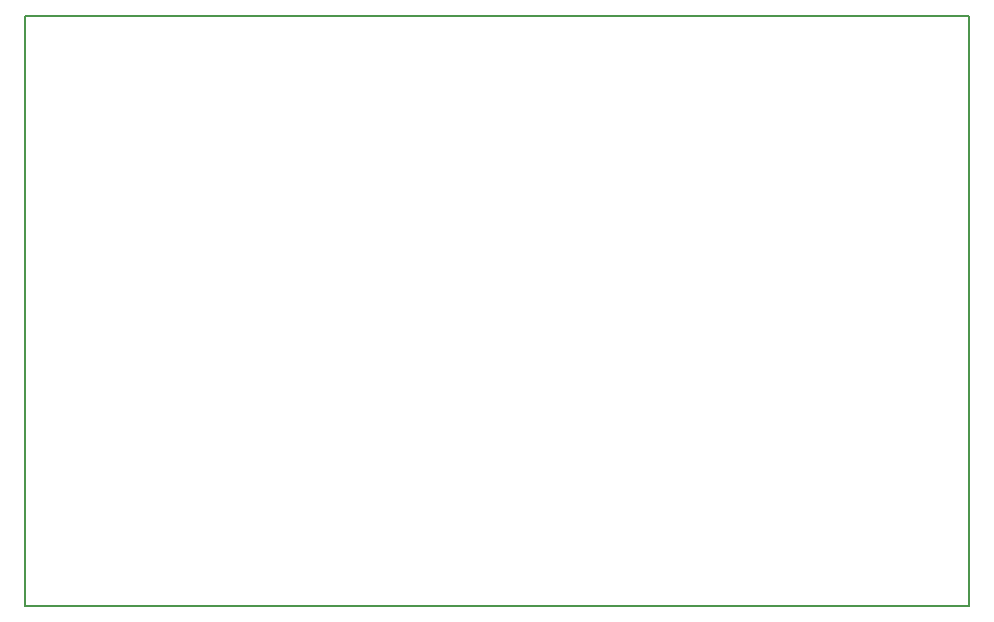
<source format=gko>
G04 #@! TF.FileFunction,Profile,NP*
%FSLAX46Y46*%
G04 Gerber Fmt 4.6, Leading zero omitted, Abs format (unit mm)*
G04 Created by KiCad (PCBNEW 4.0.7) date Monday, 16 October 2017 'PMt' 16:50:30*
%MOMM*%
%LPD*%
G01*
G04 APERTURE LIST*
%ADD10C,0.100000*%
%ADD11C,0.150000*%
G04 APERTURE END LIST*
D10*
D11*
X190000000Y-125000000D02*
X110000000Y-125000000D01*
X190000000Y-75000000D02*
X190000000Y-125000000D01*
X110000000Y-75000000D02*
X190000000Y-75000000D01*
X110000000Y-125000000D02*
X110000000Y-75000000D01*
M02*

</source>
